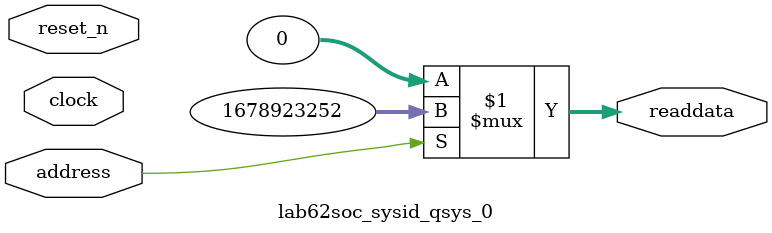
<source format=v>



// synthesis translate_off
`timescale 1ns / 1ps
// synthesis translate_on

// turn off superfluous verilog processor warnings 
// altera message_level Level1 
// altera message_off 10034 10035 10036 10037 10230 10240 10030 

module lab62soc_sysid_qsys_0 (
               // inputs:
                address,
                clock,
                reset_n,

               // outputs:
                readdata
             )
;

  output  [ 31: 0] readdata;
  input            address;
  input            clock;
  input            reset_n;

  wire    [ 31: 0] readdata;
  //control_slave, which is an e_avalon_slave
  assign readdata = address ? 1678923252 : 0;

endmodule



</source>
